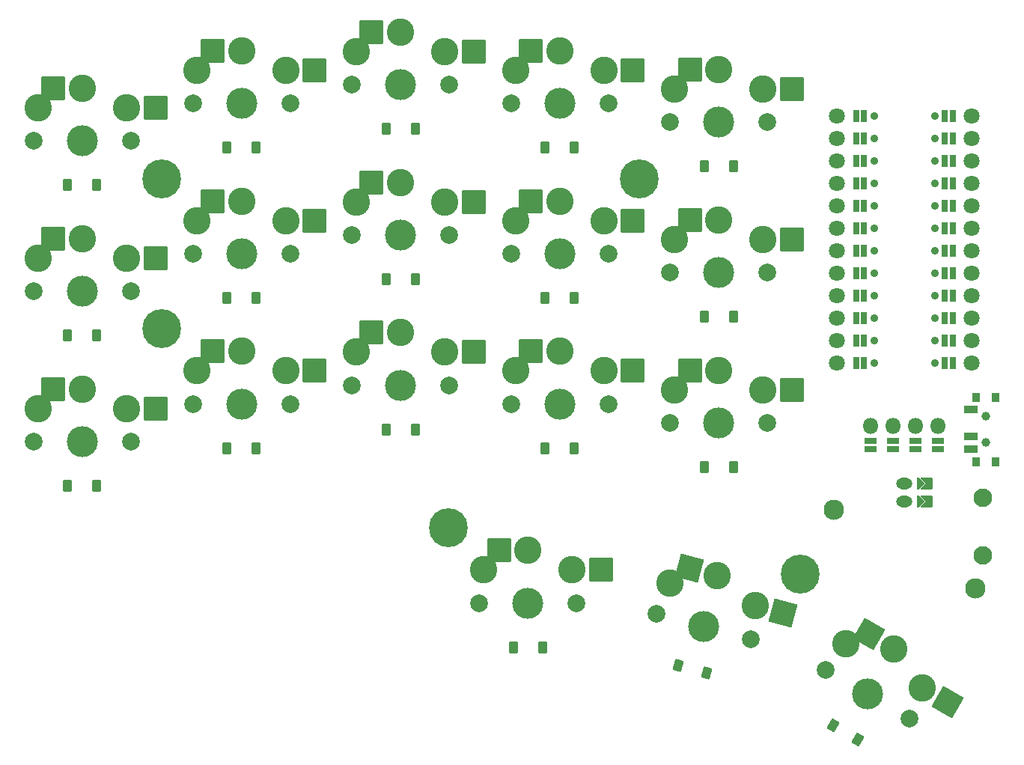
<source format=gbr>
%TF.GenerationSoftware,KiCad,Pcbnew,8.0.1*%
%TF.CreationDate,2024-12-01T01:33:27+09:00*%
%TF.ProjectId,corney_island_wireless_autorouted,636f726e-6579-45f6-9973-6c616e645f77,0.2*%
%TF.SameCoordinates,Original*%
%TF.FileFunction,Soldermask,Bot*%
%TF.FilePolarity,Negative*%
%FSLAX46Y46*%
G04 Gerber Fmt 4.6, Leading zero omitted, Abs format (unit mm)*
G04 Created by KiCad (PCBNEW 8.0.1) date 2024-12-01 01:33:27*
%MOMM*%
%LPD*%
G01*
G04 APERTURE LIST*
G04 Aperture macros list*
%AMRoundRect*
0 Rectangle with rounded corners*
0 $1 Rounding radius*
0 $2 $3 $4 $5 $6 $7 $8 $9 X,Y pos of 4 corners*
0 Add a 4 corners polygon primitive as box body*
4,1,4,$2,$3,$4,$5,$6,$7,$8,$9,$2,$3,0*
0 Add four circle primitives for the rounded corners*
1,1,$1+$1,$2,$3*
1,1,$1+$1,$4,$5*
1,1,$1+$1,$6,$7*
1,1,$1+$1,$8,$9*
0 Add four rect primitives between the rounded corners*
20,1,$1+$1,$2,$3,$4,$5,0*
20,1,$1+$1,$4,$5,$6,$7,0*
20,1,$1+$1,$6,$7,$8,$9,0*
20,1,$1+$1,$8,$9,$2,$3,0*%
%AMFreePoly0*
4,1,16,0.635355,0.285355,0.650000,0.250000,0.650000,-1.000000,0.635355,-1.035355,0.600000,-1.050000,0.564645,-1.035355,0.000000,-0.470710,-0.564645,-1.035355,-0.600000,-1.050000,-0.635355,-1.035355,-0.650000,-1.000000,-0.650000,0.250000,-0.635355,0.285355,-0.600000,0.300000,0.600000,0.300000,0.635355,0.285355,0.635355,0.285355,$1*%
%AMFreePoly1*
4,1,14,0.035355,0.435355,0.635355,-0.164645,0.650000,-0.200000,0.650000,-0.400000,0.635355,-0.435355,0.600000,-0.450000,-0.600000,-0.450000,-0.635355,-0.435355,-0.650000,-0.400000,-0.650000,-0.200000,-0.635355,-0.164645,-0.035355,0.435355,0.000000,0.450000,0.035355,0.435355,0.035355,0.435355,$1*%
G04 Aperture macros list end*
%ADD10C,2.100000*%
%ADD11C,4.400000*%
%ADD12C,2.000000*%
%ADD13C,3.100000*%
%ADD14C,3.500000*%
%ADD15C,1.800000*%
%ADD16RoundRect,0.050000X-0.300000X-0.600000X0.300000X-0.600000X0.300000X0.600000X-0.300000X0.600000X0*%
%ADD17C,0.900000*%
%ADD18RoundRect,0.050000X-0.400000X0.500000X-0.400000X-0.500000X0.400000X-0.500000X0.400000X0.500000X0*%
%ADD19C,1.000000*%
%ADD20RoundRect,0.050000X-0.750000X0.350000X-0.750000X-0.350000X0.750000X-0.350000X0.750000X0.350000X0*%
%ADD21C,2.300000*%
%ADD22FreePoly0,270.000000*%
%ADD23O,1.850000X1.300000*%
%ADD24FreePoly1,270.000000*%
%ADD25O,1.800000X1.800000*%
%ADD26RoundRect,0.050000X-0.600000X0.300000X-0.600000X-0.300000X0.600000X-0.300000X0.600000X0.300000X0*%
%ADD27RoundRect,0.050000X0.689711X0.294615X-0.089711X0.744615X-0.689711X-0.294615X0.089711X-0.744615X0*%
%ADD28RoundRect,0.050000X-1.300000X-1.300000X1.300000X-1.300000X1.300000X1.300000X-1.300000X1.300000X0*%
%ADD29RoundRect,0.050000X0.450000X0.600000X-0.450000X0.600000X-0.450000X-0.600000X0.450000X-0.600000X0*%
%ADD30RoundRect,0.050000X-1.775833X-0.475833X0.475833X-1.775833X1.775833X0.475833X-0.475833X1.775833X0*%
%ADD31RoundRect,0.050000X0.589958X0.463087X-0.279375X0.696024X-0.589958X-0.463087X0.279375X-0.696024X0*%
%ADD32RoundRect,0.050000X-1.592168X-0.919239X0.919239X-1.592168X1.592168X0.919239X-0.919239X1.592168X0*%
G04 APERTURE END LIST*
D10*
%TO.C,B1*%
X201900000Y-106375000D03*
X201900000Y-112875000D03*
%TD*%
D11*
%TO.C,MH4*%
X109000000Y-87250000D03*
%TD*%
D12*
%TO.C,S29*%
X148500000Y-78750000D03*
D13*
X149000000Y-75000000D03*
X154000000Y-72800000D03*
D14*
X154000000Y-78750000D03*
D12*
X159500000Y-78750000D03*
%TD*%
%TO.C,S25*%
X130500000Y-93625000D03*
D13*
X131000000Y-89875000D03*
X136000000Y-87675000D03*
D14*
X136000000Y-93625000D03*
D12*
X141500000Y-93625000D03*
%TD*%
D15*
%TO.C,MCU1*%
X200620000Y-63170000D03*
X200620000Y-65710000D03*
X200620000Y-68250000D03*
X200620000Y-70790000D03*
X200620000Y-73330000D03*
X200620000Y-75870000D03*
X200620000Y-78410000D03*
X200620000Y-80950000D03*
X200620000Y-83490000D03*
X200620000Y-86030000D03*
X200620000Y-88570000D03*
X200620000Y-91110000D03*
X185380000Y-91110000D03*
D16*
X187520000Y-91110000D03*
X198480000Y-91110000D03*
D15*
X185380000Y-88570000D03*
D16*
X187520000Y-88570000D03*
X198480000Y-88570000D03*
D15*
X185380000Y-86030000D03*
D16*
X187520000Y-86030000D03*
X198480000Y-86030000D03*
D15*
X185380000Y-83490000D03*
D16*
X187520000Y-83490000D03*
X198480000Y-83490000D03*
D15*
X185380000Y-80950000D03*
D16*
X187520000Y-80950000D03*
X198480000Y-80950000D03*
D15*
X185380000Y-78410000D03*
D16*
X187520000Y-78410000D03*
X198480000Y-78410000D03*
D15*
X185380000Y-75870000D03*
D16*
X187520000Y-75870000D03*
X198480000Y-75870000D03*
D15*
X185380000Y-73330000D03*
D16*
X187520000Y-73330000D03*
X198480000Y-73330000D03*
D15*
X185380000Y-70790000D03*
D16*
X187520000Y-70790000D03*
X198480000Y-70790000D03*
D15*
X185380000Y-68250000D03*
D16*
X187520000Y-68250000D03*
X198480000Y-68250000D03*
D15*
X185380000Y-65710000D03*
D16*
X187520000Y-65710000D03*
X198480000Y-65710000D03*
D15*
X185380000Y-63170000D03*
D16*
X187520000Y-63170000D03*
X198480000Y-63170000D03*
X188420000Y-63170000D03*
D17*
X196400000Y-63170000D03*
D16*
X188420000Y-65710000D03*
D17*
X196400000Y-65710000D03*
D16*
X188420000Y-68250000D03*
D17*
X196400000Y-68250000D03*
D16*
X188420000Y-70790000D03*
D17*
X196400000Y-70790000D03*
D16*
X188420000Y-73330000D03*
D17*
X196400000Y-73330000D03*
D16*
X188420000Y-75870000D03*
D17*
X196400000Y-75870000D03*
D16*
X188420000Y-78410000D03*
D17*
X196400000Y-78410000D03*
D16*
X188420000Y-80950000D03*
D17*
X196400000Y-80950000D03*
D16*
X188420000Y-83490000D03*
D17*
X196400000Y-83490000D03*
D16*
X188420000Y-86030000D03*
D17*
X196400000Y-86030000D03*
D16*
X188420000Y-88570000D03*
D17*
X196400000Y-88570000D03*
D16*
X188420000Y-91110000D03*
D17*
X196400000Y-91110000D03*
X189600000Y-91110000D03*
D16*
X197580000Y-91110000D03*
D17*
X189600000Y-88570000D03*
D16*
X197580000Y-88570000D03*
D17*
X189600000Y-86030000D03*
D16*
X197580000Y-86030000D03*
D17*
X189600000Y-83490000D03*
D16*
X197580000Y-83490000D03*
D17*
X189600000Y-80950000D03*
D16*
X197580000Y-80950000D03*
D17*
X189600000Y-78410000D03*
D16*
X197580000Y-78410000D03*
D17*
X189600000Y-75870000D03*
D16*
X197580000Y-75870000D03*
D17*
X189600000Y-73330000D03*
D16*
X197580000Y-73330000D03*
D17*
X189600000Y-70790000D03*
D16*
X197580000Y-70790000D03*
D17*
X189600000Y-68250000D03*
D16*
X197580000Y-68250000D03*
D17*
X189600000Y-65710000D03*
D16*
X197580000Y-65710000D03*
D17*
X189600000Y-63170000D03*
D16*
X197580000Y-63170000D03*
%TD*%
D12*
%TO.C,S21*%
X94500000Y-66000000D03*
D13*
X95000000Y-62250000D03*
X100000000Y-60050000D03*
D14*
X100000000Y-66000000D03*
D12*
X105500000Y-66000000D03*
%TD*%
%TO.C,S36*%
X184067760Y-125822500D03*
D13*
X186375773Y-122824905D03*
X191805900Y-123419649D03*
D14*
X188830900Y-128572500D03*
D12*
X193594040Y-131322500D03*
%TD*%
%TO.C,S22*%
X112500000Y-95750000D03*
D13*
X113000000Y-92000000D03*
X118000000Y-89800000D03*
D14*
X118000000Y-95750000D03*
D12*
X123500000Y-95750000D03*
%TD*%
D11*
%TO.C,MH5*%
X163000000Y-70250000D03*
%TD*%
%TO.C,MH6*%
X141400000Y-109775000D03*
%TD*%
D12*
%TO.C,S31*%
X166500000Y-97875000D03*
D13*
X167000000Y-94125000D03*
X172000000Y-91925000D03*
D14*
X172000000Y-97875000D03*
D12*
X177500000Y-97875000D03*
%TD*%
D18*
%TO.C,PWR1*%
X201115000Y-94975000D03*
X201115000Y-102275000D03*
D19*
X202225000Y-97125000D03*
X202225000Y-100125000D03*
D18*
X203325000Y-94975000D03*
X203325000Y-102275000D03*
D20*
X200465000Y-96375000D03*
X200465000Y-99375000D03*
X200465000Y-100875000D03*
%TD*%
D12*
%TO.C,S26*%
X130500000Y-76625000D03*
D13*
X131000000Y-72875000D03*
X136000000Y-70675000D03*
D14*
X136000000Y-76625000D03*
D12*
X141500000Y-76625000D03*
%TD*%
%TO.C,S32*%
X166500000Y-80875000D03*
D13*
X167000000Y-77125000D03*
X172000000Y-74925000D03*
D14*
X172000000Y-80875000D03*
D12*
X177500000Y-80875000D03*
%TD*%
%TO.C,S27*%
X130500000Y-59625000D03*
D13*
X131000000Y-55875000D03*
X136000000Y-53675000D03*
D14*
X136000000Y-59625000D03*
D12*
X141500000Y-59625000D03*
%TD*%
%TO.C,S33*%
X166500000Y-63875000D03*
D13*
X167000000Y-60125000D03*
X172000000Y-57925000D03*
D14*
X172000000Y-63875000D03*
D12*
X177500000Y-63875000D03*
%TD*%
%TO.C,S35*%
X164980708Y-119470495D03*
D13*
X166434242Y-115977683D03*
X171833273Y-115146741D03*
D14*
X170293300Y-120894000D03*
D12*
X175605892Y-122317505D03*
%TD*%
%TO.C,S23*%
X112500000Y-78750000D03*
D13*
X113000000Y-75000000D03*
X118000000Y-72800000D03*
D14*
X118000000Y-78750000D03*
D12*
X123500000Y-78750000D03*
%TD*%
%TO.C,S24*%
X112500000Y-61750000D03*
D13*
X113000000Y-58000000D03*
X118000000Y-55800000D03*
D14*
X118000000Y-61750000D03*
D12*
X123500000Y-61750000D03*
%TD*%
%TO.C,S34*%
X144900000Y-118275000D03*
D13*
X145400000Y-114525000D03*
X150400000Y-112325000D03*
D14*
X150400000Y-118275000D03*
D12*
X155900000Y-118275000D03*
%TD*%
%TO.C,S30*%
X148500000Y-61750000D03*
D13*
X149000000Y-58000000D03*
X154000000Y-55800000D03*
D14*
X154000000Y-61750000D03*
D12*
X159500000Y-61750000D03*
%TD*%
D21*
%TO.C,MH1*%
X185000000Y-107700000D03*
%TD*%
D12*
%TO.C,S28*%
X148500000Y-95750000D03*
D13*
X149000000Y-92000000D03*
X154000000Y-89800000D03*
D14*
X154000000Y-95750000D03*
D12*
X159500000Y-95750000D03*
%TD*%
D22*
%TO.C,JST1*%
X195816000Y-104750000D03*
X195816000Y-106750000D03*
D23*
X193000000Y-106750000D03*
X193000000Y-104750000D03*
D24*
X194800000Y-106750000D03*
X194800000Y-104750000D03*
%TD*%
D12*
%TO.C,S20*%
X94500000Y-83000000D03*
D13*
X95000000Y-79250000D03*
X100000000Y-77050000D03*
D14*
X100000000Y-83000000D03*
D12*
X105500000Y-83000000D03*
%TD*%
D21*
%TO.C,MH2*%
X201000000Y-116600000D03*
%TD*%
D12*
%TO.C,S19*%
X94500000Y-100000000D03*
D13*
X95000000Y-96250000D03*
X100000000Y-94050000D03*
D14*
X100000000Y-100000000D03*
D12*
X105500000Y-100000000D03*
%TD*%
D25*
%TO.C,DISP1*%
X189190000Y-98200000D03*
X191730000Y-98200000D03*
X194270000Y-98200000D03*
X196810000Y-98200000D03*
D26*
X196810000Y-100850000D03*
X194270000Y-100850000D03*
X191730000Y-100850000D03*
X189190000Y-100850000D03*
X196810000Y-99950000D03*
X194270000Y-99950000D03*
X191730000Y-99950000D03*
X189190000Y-99950000D03*
%TD*%
D11*
%TO.C,MH3*%
X109000000Y-70250000D03*
%TD*%
%TO.C,MH7*%
X181186600Y-115013000D03*
%TD*%
D27*
%TO.C,D18*%
X187759842Y-133727700D03*
X184901958Y-132077700D03*
%TD*%
D12*
%TO.C,S2*%
X94500000Y-83000000D03*
D13*
X100000000Y-77050000D03*
D14*
X100000000Y-83000000D03*
D13*
X105000000Y-79250000D03*
D12*
X105500000Y-83000000D03*
D28*
X96725000Y-77050000D03*
X108275000Y-79250000D03*
%TD*%
D12*
%TO.C,S13*%
X166500000Y-97875000D03*
D13*
X172000000Y-91925000D03*
D14*
X172000000Y-97875000D03*
D13*
X177000000Y-94125000D03*
D12*
X177500000Y-97875000D03*
D28*
X168725000Y-91925000D03*
X180275000Y-94125000D03*
%TD*%
D12*
%TO.C,S14*%
X166500000Y-80875000D03*
D13*
X172000000Y-74925000D03*
D14*
X172000000Y-80875000D03*
D13*
X177000000Y-77125000D03*
D12*
X177500000Y-80875000D03*
D28*
X168725000Y-74925000D03*
X180275000Y-77125000D03*
%TD*%
D12*
%TO.C,S11*%
X148500000Y-78750000D03*
D13*
X154000000Y-72800000D03*
D14*
X154000000Y-78750000D03*
D13*
X159000000Y-75000000D03*
D12*
X159500000Y-78750000D03*
D28*
X150725000Y-72800000D03*
X162275000Y-75000000D03*
%TD*%
D29*
%TO.C,D5*%
X119650000Y-83750000D03*
X116350000Y-83750000D03*
%TD*%
%TO.C,D9*%
X137650000Y-64625000D03*
X134350000Y-64625000D03*
%TD*%
D12*
%TO.C,S6*%
X112500000Y-61750000D03*
D13*
X118000000Y-55800000D03*
D14*
X118000000Y-61750000D03*
D13*
X123000000Y-58000000D03*
D12*
X123500000Y-61750000D03*
D28*
X114725000Y-55800000D03*
X126275000Y-58000000D03*
%TD*%
D29*
%TO.C,D1*%
X101650000Y-105000000D03*
X98350000Y-105000000D03*
%TD*%
D12*
%TO.C,S16*%
X144900000Y-118275000D03*
D13*
X150400000Y-112325000D03*
D14*
X150400000Y-118275000D03*
D13*
X155400000Y-114525000D03*
D12*
X155900000Y-118275000D03*
D28*
X147125000Y-112325000D03*
X158675000Y-114525000D03*
%TD*%
D29*
%TO.C,D14*%
X173650000Y-85875000D03*
X170350000Y-85875000D03*
%TD*%
%TO.C,D16*%
X152050000Y-123275000D03*
X148750000Y-123275000D03*
%TD*%
%TO.C,D15*%
X173650000Y-68875000D03*
X170350000Y-68875000D03*
%TD*%
%TO.C,D10*%
X155650000Y-100750000D03*
X152350000Y-100750000D03*
%TD*%
%TO.C,D7*%
X137650000Y-98625000D03*
X134350000Y-98625000D03*
%TD*%
%TO.C,D11*%
X155650000Y-83750000D03*
X152350000Y-83750000D03*
%TD*%
%TO.C,D12*%
X155650000Y-66750000D03*
X152350000Y-66750000D03*
%TD*%
%TO.C,D4*%
X119650000Y-100750000D03*
X116350000Y-100750000D03*
%TD*%
D12*
%TO.C,S18*%
X184067760Y-125822500D03*
D13*
X191805900Y-123419649D03*
D14*
X188830900Y-128572500D03*
D13*
X195036027Y-127824905D03*
D12*
X193594040Y-131322500D03*
D30*
X188969667Y-121782149D03*
X197872260Y-129462405D03*
%TD*%
D12*
%TO.C,S10*%
X148500000Y-95750000D03*
D13*
X154000000Y-89800000D03*
D14*
X154000000Y-95750000D03*
D13*
X159000000Y-92000000D03*
D12*
X159500000Y-95750000D03*
D28*
X150725000Y-89800000D03*
X162275000Y-92000000D03*
%TD*%
D29*
%TO.C,D3*%
X101650000Y-71000000D03*
X98350000Y-71000000D03*
%TD*%
D12*
%TO.C,S9*%
X130500000Y-59625000D03*
D13*
X136000000Y-53675000D03*
D14*
X136000000Y-59625000D03*
D13*
X141000000Y-55875000D03*
D12*
X141500000Y-59625000D03*
D28*
X132725000Y-53675000D03*
X144275000Y-55875000D03*
%TD*%
D12*
%TO.C,S8*%
X130500000Y-76625000D03*
D13*
X136000000Y-70675000D03*
D14*
X136000000Y-76625000D03*
D13*
X141000000Y-72875000D03*
D12*
X141500000Y-76625000D03*
D28*
X132725000Y-70675000D03*
X144275000Y-72875000D03*
%TD*%
D29*
%TO.C,D13*%
X173650000Y-102875000D03*
X170350000Y-102875000D03*
%TD*%
D12*
%TO.C,S15*%
X166500000Y-63875000D03*
D13*
X172000000Y-57925000D03*
D14*
X172000000Y-63875000D03*
D13*
X177000000Y-60125000D03*
D12*
X177500000Y-63875000D03*
D28*
X168725000Y-57925000D03*
X180275000Y-60125000D03*
%TD*%
D31*
%TO.C,D17*%
X170592978Y-126150650D03*
X167405422Y-125296550D03*
%TD*%
D12*
%TO.C,S3*%
X94500000Y-66000000D03*
D13*
X100000000Y-60050000D03*
D14*
X100000000Y-66000000D03*
D13*
X105000000Y-62250000D03*
D12*
X105500000Y-66000000D03*
D28*
X96725000Y-60050000D03*
X108275000Y-62250000D03*
%TD*%
D29*
%TO.C,D8*%
X137650000Y-81625000D03*
X134350000Y-81625000D03*
%TD*%
D12*
%TO.C,S12*%
X148500000Y-61750000D03*
D13*
X154000000Y-55800000D03*
D14*
X154000000Y-61750000D03*
D13*
X159000000Y-58000000D03*
D12*
X159500000Y-61750000D03*
D28*
X150725000Y-55800000D03*
X162275000Y-58000000D03*
%TD*%
D12*
%TO.C,S4*%
X112500000Y-95750000D03*
D13*
X118000000Y-89800000D03*
D14*
X118000000Y-95750000D03*
D13*
X123000000Y-92000000D03*
D12*
X123500000Y-95750000D03*
D28*
X114725000Y-89800000D03*
X126275000Y-92000000D03*
%TD*%
D29*
%TO.C,D6*%
X119650000Y-66750000D03*
X116350000Y-66750000D03*
%TD*%
D12*
%TO.C,S5*%
X112500000Y-78750000D03*
D13*
X118000000Y-72800000D03*
D14*
X118000000Y-78750000D03*
D13*
X123000000Y-75000000D03*
D12*
X123500000Y-78750000D03*
D28*
X114725000Y-72800000D03*
X126275000Y-75000000D03*
%TD*%
D12*
%TO.C,S1*%
X94500000Y-100000000D03*
D13*
X100000000Y-94050000D03*
D14*
X100000000Y-100000000D03*
D13*
X105000000Y-96250000D03*
D12*
X105500000Y-100000000D03*
D28*
X96725000Y-94050000D03*
X108275000Y-96250000D03*
%TD*%
D12*
%TO.C,S7*%
X130500000Y-93625000D03*
D13*
X136000000Y-87675000D03*
D14*
X136000000Y-93625000D03*
D13*
X141000000Y-89875000D03*
D12*
X141500000Y-93625000D03*
D28*
X132725000Y-87675000D03*
X144275000Y-89875000D03*
%TD*%
D12*
%TO.C,S17*%
X164980708Y-119470495D03*
D13*
X171833273Y-115146741D03*
D14*
X170293300Y-120894000D03*
D13*
X176093501Y-118565873D03*
D12*
X175605892Y-122317505D03*
D32*
X168669866Y-114299109D03*
X179256908Y-119413506D03*
%TD*%
D29*
%TO.C,D2*%
X101650000Y-88000000D03*
X98350000Y-88000000D03*
%TD*%
M02*

</source>
